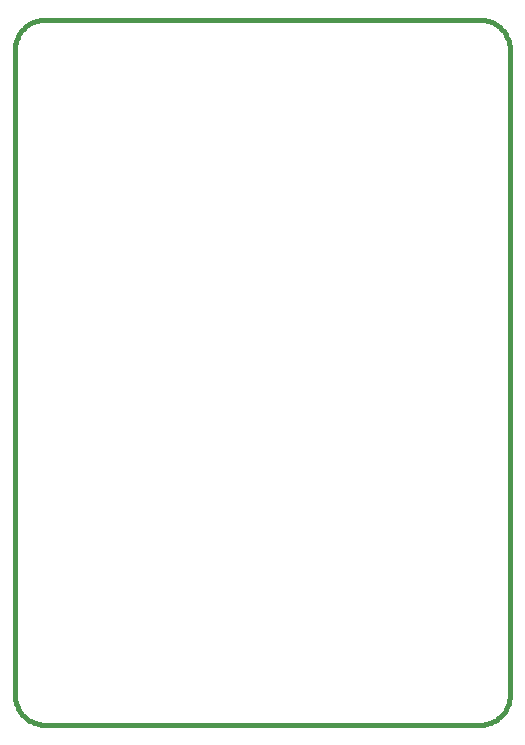
<source format=gko>
G75*
G70*
%OFA0B0*%
%FSLAX24Y24*%
%IPPOS*%
%LPD*%
%AMOC8*
5,1,8,0,0,1.08239X$1,22.5*
%
%ADD10C,0.0160*%
D10*
X000180Y001180D02*
X000180Y022680D01*
X000182Y022740D01*
X000187Y022801D01*
X000196Y022860D01*
X000209Y022919D01*
X000225Y022978D01*
X000245Y023035D01*
X000268Y023090D01*
X000295Y023145D01*
X000324Y023197D01*
X000357Y023248D01*
X000393Y023297D01*
X000431Y023343D01*
X000473Y023387D01*
X000517Y023429D01*
X000563Y023467D01*
X000612Y023503D01*
X000663Y023536D01*
X000715Y023565D01*
X000770Y023592D01*
X000825Y023615D01*
X000882Y023635D01*
X000941Y023651D01*
X001000Y023664D01*
X001059Y023673D01*
X001120Y023678D01*
X001180Y023680D01*
X015680Y023680D01*
X015740Y023678D01*
X015801Y023673D01*
X015860Y023664D01*
X015919Y023651D01*
X015978Y023635D01*
X016035Y023615D01*
X016090Y023592D01*
X016145Y023565D01*
X016197Y023536D01*
X016248Y023503D01*
X016297Y023467D01*
X016343Y023429D01*
X016387Y023387D01*
X016429Y023343D01*
X016467Y023297D01*
X016503Y023248D01*
X016536Y023197D01*
X016565Y023145D01*
X016592Y023090D01*
X016615Y023035D01*
X016635Y022978D01*
X016651Y022919D01*
X016664Y022860D01*
X016673Y022801D01*
X016678Y022740D01*
X016680Y022680D01*
X016680Y001180D01*
X016678Y001120D01*
X016673Y001059D01*
X016664Y001000D01*
X016651Y000941D01*
X016635Y000882D01*
X016615Y000825D01*
X016592Y000770D01*
X016565Y000715D01*
X016536Y000663D01*
X016503Y000612D01*
X016467Y000563D01*
X016429Y000517D01*
X016387Y000473D01*
X016343Y000431D01*
X016297Y000393D01*
X016248Y000357D01*
X016197Y000324D01*
X016145Y000295D01*
X016090Y000268D01*
X016035Y000245D01*
X015978Y000225D01*
X015919Y000209D01*
X015860Y000196D01*
X015801Y000187D01*
X015740Y000182D01*
X015680Y000180D01*
X001180Y000180D01*
X001120Y000182D01*
X001059Y000187D01*
X001000Y000196D01*
X000941Y000209D01*
X000882Y000225D01*
X000825Y000245D01*
X000770Y000268D01*
X000715Y000295D01*
X000663Y000324D01*
X000612Y000357D01*
X000563Y000393D01*
X000517Y000431D01*
X000473Y000473D01*
X000431Y000517D01*
X000393Y000563D01*
X000357Y000612D01*
X000324Y000663D01*
X000295Y000715D01*
X000268Y000770D01*
X000245Y000825D01*
X000225Y000882D01*
X000209Y000941D01*
X000196Y001000D01*
X000187Y001059D01*
X000182Y001120D01*
X000180Y001180D01*
M02*

</source>
